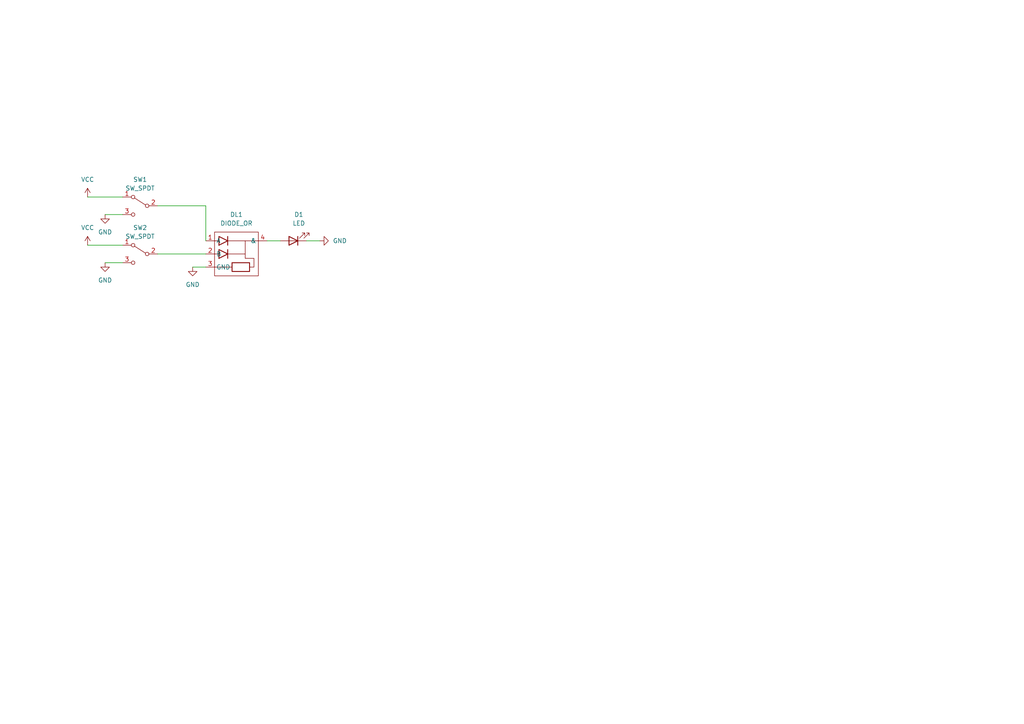
<source format=kicad_sch>
(kicad_sch (version 20211123) (generator eeschema)
  (paper "A4")
  (lib_symbols
    (symbol "Device:LED" (pin_numbers hide) (pin_names (offset 1.016) hide)
      (property "Reference" "D" (at 0 2.54 0))
      (property "Value" "LED" (at 0 -2.54 0))
      (symbol "LED_0_1"
        (polyline (pts (xy -1.27 -1.27) (xy -1.27 1.27)) (stroke (width 0.254)))
        (polyline (pts (xy -1.27 0) (xy 1.27 0)))
        (polyline (pts (xy 1.27 -1.27) (xy 1.27 1.27) (xy -1.27 0) (xy 1.27 -1.27)) (stroke (width 0.254)))
        (polyline (pts (xy -3.048 -0.762) (xy -4.572 -2.286) (xy -3.81 -2.286) (xy -4.572 -2.286) (xy -4.572 -1.524)))
        (polyline (pts (xy -1.778 -0.762) (xy -3.302 -2.286) (xy -2.54 -2.286) (xy -3.302 -2.286) (xy -3.302 -1.524)))
      )
      (symbol "LED_1_1"
        (pin passive line (at -3.81 0 0) (length 2.54) (name "K") (number "1"))
        (pin passive line (at 3.81 0 180) (length 2.54) (name "A") (number "2"))
      )
    )
    (symbol "ExtraSymbols:DIODE_OR"
      (property "Reference" "DL" (at 0 2.54 0))
      (property "Value" "DIODE_OR" (at 2.54 5.08 0))
      (symbol "DIODE_OR_0_0"
        (pin input line (at -2.54 -2.54 0) (length 2.54) (name "A") (number "1"))
        (pin input line (at -2.54 -6.35 0) (length 2.54) (name "B") (number "2"))
        (pin power_in line (at -2.54 -10.16 0) (length 2.54) (name "GND") (number "3"))
        (pin output line (at 15.24 -2.54 180) (length 2.54) (name "&") (number "4"))
      )
      (symbol "DIODE_OR_0_1"
        (polyline (pts (xy 0 -10.16) (xy 5.08 -10.16)) (stroke (width 0.1524)))
        (polyline (pts (xy 0 -6.35) (xy 1.27 -6.35)) (stroke (width 0.1524)))
        (polyline (pts (xy 1.27 -2.54) (xy 0 -2.54)) (stroke (width 0.1524)))
        (polyline (pts (xy 3.81 -7.62) (xy 3.81 -5.08)) (stroke (width 0.254)))
        (polyline (pts (xy 3.81 -6.35) (xy 8.89 -6.35)) (stroke (width 0.1524)))
        (polyline (pts (xy 3.81 -3.81) (xy 3.81 -1.27)) (stroke (width 0.254)))
        (polyline (pts (xy 3.81 -2.54) (xy 12.7 -2.54)) (stroke (width 0.1524)))
        (polyline (pts (xy 8.89 -7.62) (xy 8.89 -2.54)) (stroke (width 0.1524)))
        (polyline (pts (xy 1.27 -7.62) (xy 1.27 -5.08) (xy 3.81 -6.35) (xy 1.27 -7.62)) (stroke (width 0.254)))
        (polyline (pts (xy 1.27 -3.81) (xy 1.27 -1.27) (xy 3.81 -2.54) (xy 1.27 -3.81)) (stroke (width 0.254)))
        (polyline (pts (xy 10.16 -10.16) (xy 11.43 -10.16) (xy 11.43 -7.62) (xy 8.89 -7.62)) (stroke (width 0.1524)))
        (rectangle (start 0 0) (end 12.7 -12.7) (stroke (width 0.1524)))
        (rectangle (start 10.16 -11.43) (end 5.08 -8.89) (stroke (width 0.254)))
      )
    )
    (symbol "Switch:SW_SPDT" (pin_names (offset 0) hide)
      (property "Reference" "SW" (at 0 4.318 0))
      (property "Value" "SW_SPDT" (at 0 -5.08 0))
      (symbol "SW_SPDT_0_0"
        (circle (center -2.032 0) (radius 0.508))
        (circle (center 2.032 -2.54) (radius 0.508))
      )
      (symbol "SW_SPDT_0_1"
        (polyline (pts (xy -1.524 0.254) (xy 1.651 2.286)))
        (circle (center 2.032 2.54) (radius 0.508))
      )
      (symbol "SW_SPDT_1_1"
        (pin passive line (at 5.08 2.54 180) (length 2.54) (name "A") (number "1"))
        (pin passive line (at -5.08 0 0) (length 2.54) (name "B") (number "2"))
        (pin passive line (at 5.08 -2.54 180) (length 2.54) (name "C") (number "3"))
      )
    )
    (symbol "power:GND" (power) (pin_names (offset 0))
      (property "Value" "GND" (at 0 -3.81 0))
      (symbol "GND_0_1"
        (polyline (pts (xy 0 0) (xy 0 -1.27) (xy 1.27 -1.27) (xy 0 -2.54) (xy -1.27 -1.27) (xy 0 -1.27)))
      )
      (symbol "GND_1_1"
        (pin power_in line (at 0 0 270) (length 0) hide (name "GND") (number "1"))
      )
    )
    (symbol "power:VCC" (power) (pin_names (offset 0))
      (property "Value" "VCC" (at 0 3.81 0))
      (symbol "VCC_0_1"
        (polyline (pts (xy -0.762 1.27) (xy 0 2.54)))
        (polyline (pts (xy 0 0) (xy 0 2.54)))
        (polyline (pts (xy 0 2.54) (xy 0.762 1.27)))
      )
      (symbol "VCC_1_1"
        (pin power_in line (at 0 0 90) (length 0) hide (name "VCC") (number "1"))
      )
    )
  )
  (wire (pts (xy 25.4 57.15) (xy 35.56 57.15)))
  (wire (pts (xy 25.4 71.12) (xy 35.56 71.12)))
  (wire (pts (xy 55.88 77.47) (xy 59.69 77.47)))
  (wire (pts (xy 59.69 59.69) (xy 45.72 59.69)))
  (wire (pts (xy 88.9 69.85) (xy 92.71 69.85)))
  (wire (pts (xy 30.48 76.2) (xy 35.56 76.2)))
  (wire (pts (xy 77.47 69.85) (xy 81.28 69.85)))
  (wire (pts (xy 59.69 69.85) (xy 59.69 59.69)))
  (wire (pts (xy 45.72 73.66) (xy 59.69 73.66)))
  (wire (pts (xy 30.48 62.23) (xy 35.56 62.23)))
  (symbol (lib_id "power:GND") (at 55.88 77.47 0) (unit 1)
    (property "Reference" "#PWR0101" (effects hide))
    (property "Value" "GND" (at 55.88 82.55 0))
  )
  (symbol (lib_id "power:VCC") (at 25.4 71.12 0) (unit 1)
    (property "Reference" "#PWR0104" (effects hide))
    (property "Value" "VCC" (at 25.4 66.04 0))
  )
  (symbol (lib_id "power:GND") (at 30.48 62.23 0) (unit 1)
    (property "Reference" "#PWR0105" (effects hide))
    (property "Value" "GND" (at 30.48 67.31 0))
  )
  (symbol (lib_id "ExtraSymbols:DIODE_OR") (at 62.23 67.31 0) (unit 1)
    (property "Reference" "DL1" (at 68.58 62.23 0))
    (property "Value" "DIODE_OR" (at 68.58 64.77 0))
    (property "Footprint" "ExtraFootprints:DIODE_OR" (effects hide))
  )
  (symbol (lib_id "Switch:SW_SPDT") (at 40.64 59.69 0) (mirror y) (unit 1)
    (property "Reference" "SW1" (at 40.64 52.07 0))
    (property "Value" "SW_SPDT" (at 40.64 54.61 0))
    (property "Footprint" "ExtraFootprints:B13AP" (effects hide))
  )
  (symbol (lib_id "power:GND") (at 92.71 69.85 90) (unit 1)
    (property "Reference" "#PWR0102" (effects hide))
    (property "Value" "GND" (at 96.52 69.8499 90) (effects (justify right)))
  )
  (symbol (lib_id "power:VCC") (at 25.4 57.15 0) (unit 1)
    (property "Reference" "#PWR0106" (effects hide))
    (property "Value" "VCC" (at 25.4 52.07 0))
  )
  (symbol (lib_id "Switch:SW_SPDT") (at 40.64 73.66 0) (mirror y) (unit 1)
    (property "Reference" "SW2" (at 40.64 66.04 0))
    (property "Value" "SW_SPDT" (at 40.64 68.58 0))
    (property "Footprint" "ExtraFootprints:B13AP" (effects hide))
  )
  (symbol (lib_id "Device:LED") (at 85.09 69.85 180) (unit 1)
    (property "Reference" "D1" (at 86.6775 62.23 0))
    (property "Value" "LED" (at 86.6775 64.77 0))
    (property "Footprint" "LED_THT:LED_D3.0mm_Horizontal_O1.27mm_Z2.0mm" (effects hide))
  )
  (symbol (lib_id "power:GND") (at 30.48 76.2 0) (unit 1)
    (property "Reference" "#PWR0103" (effects hide))
    (property "Value" "GND" (at 30.48 81.28 0))
  )
)
</source>
